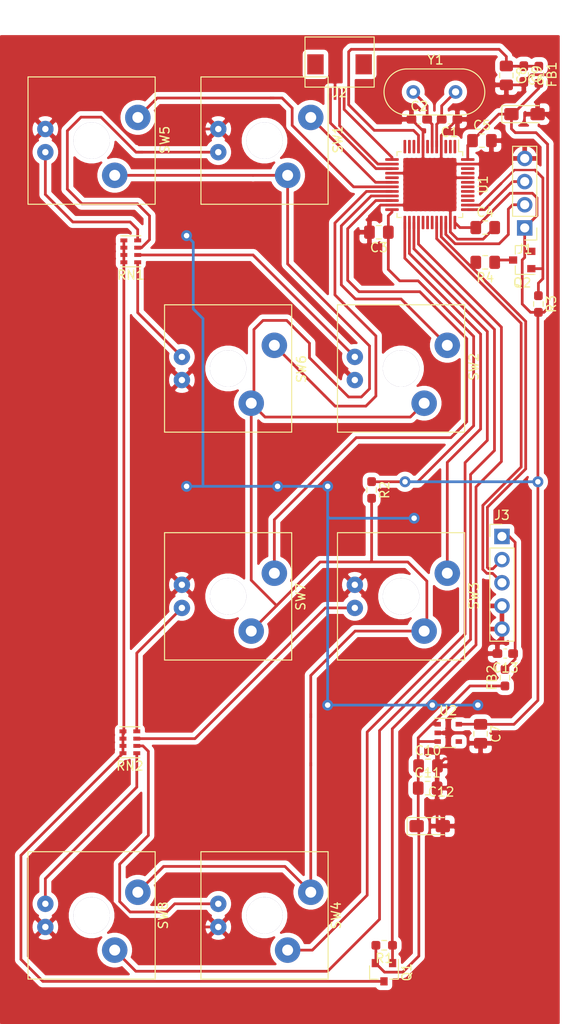
<source format=kicad_pcb>
(kicad_pcb (version 20171130) (host pcbnew 5.99.0+really5.1.10+dfsg1-1)
  (layers (0 F.Cu signal) (31 B.Cu signal) (34 B.Paste user) (35 F.Paste user) (36 B.SilkS user) (37 F.SilkS user) (38 B.Mask user) (39 F.Mask user) (44 Edge.Cuts user))
  (net 0 "")
  (net 1 "Net-(C1-Pad2)")
  (net 2 "Net-(C2-Pad2)")
  (net 3 3.3ADC)
  (net 4 "Net-(C13-Pad1)")
  (net 5 SWDCLK)
  (net 6 SWDIO)
  (net 7 Joy_X)
  (net 8 Joy_BTN)
  (net 9 Joy_Y)
  (net 10 USB_DM)
  (net 11 USB_DP)
  (net 12 led_pwr)
  (net 13 led_ctrl)
  (net 14 "Net-(Q2-Pad3)")
  (net 15 USB_DISABLE)
  (net 16 "Net-(RN1-Pad4)")
  (net 17 "Net-(RN1-Pad1)")
  (net 18 "Net-(RN1-Pad3)")
  (net 19 "Net-(RN1-Pad2)")
  (net 20 "Net-(U1-Pad46)")
  (net 21 "Net-(U1-Pad45)")
  (net 22 "Net-(U1-Pad43)")
  (net 23 "Net-(U1-Pad42)")
  (net 24 "Net-(U1-Pad41)")
  (net 25 "Net-(U1-Pad40)")
  (net 26 "Net-(U1-Pad39)")
  (net 27 "Net-(U1-Pad30)")
  (net 28 "Net-(U1-Pad29)")
  (net 29 "Net-(U1-Pad17)")
  (net 30 "Net-(U1-Pad12)")
  (net 31 "Net-(U1-Pad11)")
  (net 32 "Net-(U1-Pad10)")
  (net 33 "Net-(U1-Pad3)")
  (net 34 "Net-(U1-Pad2)")
  (net 35 "Net-(U1-Pad1)")
  (net 36 "Net-(U2-Pad4)")
  (net 37 "Net-(RN2-Pad4)")
  (net 38 "Net-(RN2-Pad1)")
  (net 39 "Net-(RN2-Pad3)")
  (net 40 "Net-(RN2-Pad2)")
  (net 41 Ground)
  (net 42 3.3)
  (net 43 "Net-(R2-Pad2)")
  (net 44 "Net-(SW1-Pad1)")
  (net 45 "Net-(SW2-Pad1)")
  (net 46 "Net-(SW3-Pad1)")
  (net 47 "Net-(SW4-Pad1)")
  (net 48 "Net-(SW5-Pad1)")
  (net 49 "Net-(SW6-Pad1)")
  (net 50 "Net-(SW7-Pad1)")
  (net 51 "Net-(SW8-Pad1)")
  (net 52 5V)
  (net 53 "Net-(U1-Pad31)")
  (net 54 "Net-(U1-Pad7)")
  (module Connector_PinHeader_2.54mm:PinHeader_1x04_P2.54mm_Vertical (layer F.Cu) (at 74.95 64.55 180)
    (fp_text reference J1 (at 0 -2.33) (layer F.SilkS))
    (fp_text value SWD)
    (pad 4 thru_hole oval (at 0 7.62 180) (size 1.7 1.7) (drill 1) (layers *.Cu *.Mask) (net 41 Ground))
    (pad 3 thru_hole oval (at 0 5.08 180) (size 1.7 1.7) (drill 1) (layers *.Cu *.Mask) (net 5 SWDCLK))
    (pad 2 thru_hole oval (at 0 2.54 180) (size 1.7 1.7) (drill 1) (layers *.Cu *.Mask) (net 6 SWDIO))
    (pad 1 thru_hole rect (at 0 0 180) (size 1.7 1.7) (drill 1) (layers *.Cu *.Mask) (net 42 3.3))
  )
  (module FPC_connectros:FPC-5P-0.5mm (layer F.Cu) (at 54.61 48.006 180)
    (fp_text reference J2 (at 0 -1.695) (layer F.SilkS))
    (fp_text value Joystic_conn)
    (pad MP smd rect (at 2.65 1.4 180) (size 1.8 2.2) (layers F.Cu F.Paste F.Mask))
    (pad MP smd rect (at -2.65 1.4 180) (size 1.8 2.2) (layers F.Cu F.Paste F.Mask))
    (pad 5 smd rect (at 1 -1.85 180) (size 0.3 1.3) (layers F.Cu F.Paste F.Mask) (net 7 Joy_X))
    (pad 4 smd rect (at 0.5 -1.85 180) (size 0.3 1.3) (layers F.Cu F.Paste F.Mask) (net 41 Ground))
    (pad 3 smd rect (at 0 -1.85 180) (size 0.3 1.3) (layers F.Cu F.Paste F.Mask) (net 8 Joy_BTN))
    (pad 2 smd rect (at -0.5 -1.85 180) (size 0.3 1.3) (layers F.Cu F.Paste F.Mask) (net 9 Joy_Y))
    (pad 1 smd rect (at -1 -1.85 180) (size 0.3 1.3) (layers F.Cu F.Paste F.Mask) (net 3 3.3ADC))
  )
  (module Capacitor_Tantalum_SMD:CP_EIA-3216-18_Kemet-A_Pad1.58x1.35mm_HandSolder (layer F.Cu) (at 64.516 130.18)
    (fp_text reference C12 (at 1.25 -3.75) (layer F.SilkS))
    (fp_text value 10uF)
    (pad 2 smd roundrect (at 1.4375 0) (size 1.575 1.35) (layers F.Cu F.Paste F.Mask) (roundrect_rratio 0.185185) (net 41 Ground))
    (pad 1 smd roundrect (at -1.4375 0) (size 1.575 1.35) (layers F.Cu F.Paste F.Mask) (roundrect_rratio 0.185185) (net 52 5V))
  )
  (module Capacitor_Tantalum_SMD:CP_EIA-3216-18_Kemet-A_Pad1.58x1.35mm_HandSolder (layer F.Cu) (at 74.93 52.07)
    (fp_text reference C6 (at 1.25 -3.75) (layer F.SilkS))
    (fp_text value 4.7uF)
    (pad 2 smd roundrect (at 1.4375 0) (size 1.575 1.35) (layers F.Cu F.Paste F.Mask) (roundrect_rratio 0.185185) (net 41 Ground))
    (pad 1 smd roundrect (at -1.4375 0) (size 1.575 1.35) (layers F.Cu F.Paste F.Mask) (roundrect_rratio 0.185185) (net 42 3.3))
  )
  (module Package_QFP:LQFP-48_7x7mm_P0.5mm (layer F.Cu) (at 64.5293 59.7977 270)
    (fp_text reference U1 (at 0 -5.85 90) (layer F.SilkS))
    (fp_text value STM32F103C8Tx)
    (pad 48 smd roundrect (at -2.75 -4.1625 270) (size 0.3 1.475) (layers F.Cu F.Paste F.Mask) (net 42 3.3))
    (pad 47 smd roundrect (at -2.25 -4.1625 270) (size 0.3 1.475) (layers F.Cu F.Paste F.Mask) (net 41 Ground))
    (pad 46 smd roundrect (at -1.75 -4.1625 270) (size 0.3 1.475) (layers F.Cu F.Paste F.Mask) (net 20 "Net-(U1-Pad46)"))
    (pad 45 smd roundrect (at -1.25 -4.1625 270) (size 0.3 1.475) (layers F.Cu F.Paste F.Mask) (net 21 "Net-(U1-Pad45)"))
    (pad 44 smd roundrect (at -0.75 -4.1625 270) (size 0.3 1.475) (layers F.Cu F.Paste F.Mask) (net 41 Ground))
    (pad 43 smd roundrect (at -0.25 -4.1625 270) (size 0.3 1.475) (layers F.Cu F.Paste F.Mask) (net 22 "Net-(U1-Pad43)"))
    (pad 42 smd roundrect (at 0.25 -4.1625 270) (size 0.3 1.475) (layers F.Cu F.Paste F.Mask) (net 23 "Net-(U1-Pad42)"))
    (pad 41 smd roundrect (at 0.75 -4.1625 270) (size 0.3 1.475) (layers F.Cu F.Paste F.Mask) (net 24 "Net-(U1-Pad41)"))
    (pad 40 smd roundrect (at 1.25 -4.1625 270) (size 0.3 1.475) (layers F.Cu F.Paste F.Mask) (net 25 "Net-(U1-Pad40)"))
    (pad 39 smd roundrect (at 1.75 -4.1625 270) (size 0.3 1.475) (layers F.Cu F.Paste F.Mask) (net 26 "Net-(U1-Pad39)"))
    (pad 38 smd roundrect (at 2.25 -4.1625 270) (size 0.3 1.475) (layers F.Cu F.Paste F.Mask) (net 15 USB_DISABLE))
    (pad 37 smd roundrect (at 2.75 -4.1625 270) (size 0.3 1.475) (layers F.Cu F.Paste F.Mask) (net 5 SWDCLK))
    (pad 36 smd roundrect (at 4.1625 -2.75 270) (size 1.475 0.3) (layers F.Cu F.Paste F.Mask) (net 42 3.3))
    (pad 35 smd roundrect (at 4.1625 -2.25 270) (size 1.475 0.3) (layers F.Cu F.Paste F.Mask) (net 41 Ground))
    (pad 34 smd roundrect (at 4.1625 -1.75 270) (size 1.475 0.3) (layers F.Cu F.Paste F.Mask) (net 6 SWDIO))
    (pad 33 smd roundrect (at 4.1625 -1.25 270) (size 1.475 0.3) (layers F.Cu F.Paste F.Mask) (net 11 USB_DP))
    (pad 32 smd roundrect (at 4.1625 -0.75 270) (size 1.475 0.3) (layers F.Cu F.Paste F.Mask) (net 10 USB_DM))
    (pad 31 smd roundrect (at 4.1625 -0.25 270) (size 1.475 0.3) (layers F.Cu F.Paste F.Mask) (net 53 "Net-(U1-Pad31)"))
    (pad 30 smd roundrect (at 4.1625 0.25 270) (size 1.475 0.3) (layers F.Cu F.Paste F.Mask) (net 27 "Net-(U1-Pad30)"))
    (pad 29 smd roundrect (at 4.1625 0.75 270) (size 1.475 0.3) (layers F.Cu F.Paste F.Mask) (net 28 "Net-(U1-Pad29)"))
    (pad 28 smd roundrect (at 4.1625 1.25 270) (size 1.475 0.3) (layers F.Cu F.Paste F.Mask) (net 13 led_ctrl))
    (pad 27 smd roundrect (at 4.1625 1.75 270) (size 1.475 0.3) (layers F.Cu F.Paste F.Mask) (net 51 "Net-(SW8-Pad1)"))
    (pad 26 smd roundrect (at 4.1625 2.25 270) (size 1.475 0.3) (layers F.Cu F.Paste F.Mask) (net 47 "Net-(SW4-Pad1)"))
    (pad 25 smd roundrect (at 4.1625 2.75 270) (size 1.475 0.3) (layers F.Cu F.Paste F.Mask) (net 46 "Net-(SW3-Pad1)"))
    (pad 24 smd roundrect (at 2.75 4.1625 270) (size 0.3 1.475) (layers F.Cu F.Paste F.Mask) (net 42 3.3))
    (pad 23 smd roundrect (at 2.25 4.1625 270) (size 0.3 1.475) (layers F.Cu F.Paste F.Mask) (net 41 Ground))
    (pad 22 smd roundrect (at 1.75 4.1625 270) (size 0.3 1.475) (layers F.Cu F.Paste F.Mask) (net 50 "Net-(SW7-Pad1)"))
    (pad 21 smd roundrect (at 1.25 4.1625 270) (size 0.3 1.475) (layers F.Cu F.Paste F.Mask) (net 45 "Net-(SW2-Pad1)"))
    (pad 20 smd roundrect (at 0.75 4.1625 270) (size 0.3 1.475) (layers F.Cu F.Paste F.Mask) (net 49 "Net-(SW6-Pad1)"))
    (pad 19 smd roundrect (at 0.25 4.1625 270) (size 0.3 1.475) (layers F.Cu F.Paste F.Mask) (net 48 "Net-(SW5-Pad1)"))
    (pad 18 smd roundrect (at -0.25 4.1625 270) (size 0.3 1.475) (layers F.Cu F.Paste F.Mask) (net 44 "Net-(SW1-Pad1)"))
    (pad 17 smd roundrect (at -0.75 4.1625 270) (size 0.3 1.475) (layers F.Cu F.Paste F.Mask) (net 29 "Net-(U1-Pad17)"))
    (pad 16 smd roundrect (at -1.25 4.1625 270) (size 0.3 1.475) (layers F.Cu F.Paste F.Mask) (net 41 Ground))
    (pad 15 smd roundrect (at -1.75 4.1625 270) (size 0.3 1.475) (layers F.Cu F.Paste F.Mask) (net 7 Joy_X))
    (pad 14 smd roundrect (at -2.25 4.1625 270) (size 0.3 1.475) (layers F.Cu F.Paste F.Mask) (net 8 Joy_BTN))
    (pad 13 smd roundrect (at -2.75 4.1625 270) (size 0.3 1.475) (layers F.Cu F.Paste F.Mask) (net 9 Joy_Y))
    (pad 12 smd roundrect (at -4.1625 2.75 270) (size 1.475 0.3) (layers F.Cu F.Paste F.Mask) (net 30 "Net-(U1-Pad12)"))
    (pad 11 smd roundrect (at -4.1625 2.25 270) (size 1.475 0.3) (layers F.Cu F.Paste F.Mask) (net 31 "Net-(U1-Pad11)"))
    (pad 10 smd roundrect (at -4.1625 1.75 270) (size 1.475 0.3) (layers F.Cu F.Paste F.Mask) (net 32 "Net-(U1-Pad10)"))
    (pad 9 smd roundrect (at -4.1625 1.25 270) (size 1.475 0.3) (layers F.Cu F.Paste F.Mask) (net 3 3.3ADC))
    (pad 8 smd roundrect (at -4.1625 0.75 270) (size 1.475 0.3) (layers F.Cu F.Paste F.Mask) (net 41 Ground))
    (pad 7 smd roundrect (at -4.1625 0.25 270) (size 1.475 0.3) (layers F.Cu F.Paste F.Mask) (net 54 "Net-(U1-Pad7)"))
    (pad 6 smd roundrect (at -4.1625 -0.25 270) (size 1.475 0.3) (layers F.Cu F.Paste F.Mask) (net 2 "Net-(C2-Pad2)"))
    (pad 5 smd roundrect (at -4.1625 -0.75 270) (size 1.475 0.3) (layers F.Cu F.Paste F.Mask) (net 1 "Net-(C1-Pad2)"))
    (pad 4 smd roundrect (at -4.1625 -1.25 270) (size 1.475 0.3) (layers F.Cu F.Paste F.Mask) (net 41 Ground))
    (pad 3 smd roundrect (at -4.1625 -1.75 270) (size 1.475 0.3) (layers F.Cu F.Paste F.Mask) (net 33 "Net-(U1-Pad3)"))
    (pad 2 smd roundrect (at -4.1625 -2.25 270) (size 1.475 0.3) (layers F.Cu F.Paste F.Mask) (net 34 "Net-(U1-Pad2)"))
    (pad 1 smd roundrect (at -4.1625 -2.75 270) (size 1.475 0.3) (layers F.Cu F.Paste F.Mask) (net 35 "Net-(U1-Pad1)"))
  )
  (module cherry_diode:SW_Cherry_MX_1.00u_Plate_diode (layer F.Cu) (at 46.3632 139.9716 270)
    (fp_text reference SW4 (at 0 -7.874 90) (layer F.SilkS))
    (fp_text value SW_Push_LED)
    (pad 3 thru_hole circle (at 1.27 5.08 270) (size 1.8 1.8) (drill 0.7) (layers *.Cu *.Mask) (net 41 Ground))
    (pad 4 thru_hole circle (at -1.27 5.08 270) (size 1.8 1.8) (drill 0.7) (layers *.Cu *.Mask) (net 40 "Net-(RN2-Pad2)"))
    (pad 1 thru_hole circle (at 3.81 -2.54 270) (size 2.8 2.8) (drill 1.2) (layers *.Cu *.Mask) (net 47 "Net-(SW4-Pad1)"))
    (pad 2 thru_hole circle (at -2.54 -5.08 270) (size 2.8 2.8) (drill 1.2) (layers *.Cu *.Mask) (net 43 "Net-(R2-Pad2)"))
    (pad "" thru_hole circle (at 0 0 270) (size 4 4) (drill 4) (layers *.Cu *.Mask))
  )
  (module cherry_diode:SW_Cherry_MX_1.00u_Plate_diode (layer F.Cu) (at 42.3632 104.9716 270)
    (fp_text reference SW7 (at 0.0484 -7.9768 90) (layer F.SilkS))
    (fp_text value SW_Push_LED)
    (pad 4 thru_hole circle (at 1.27 5.08 270) (size 1.8 1.8) (drill 0.7) (layers *.Cu *.Mask) (net 37 "Net-(RN2-Pad4)"))
    (pad 3 thru_hole circle (at -1.27 5.08 270) (size 1.8 1.8) (drill 0.7) (layers *.Cu *.Mask) (net 41 Ground))
    (pad 2 thru_hole circle (at 3.81 -2.54 270) (size 2.8 2.8) (drill 1.2) (layers *.Cu *.Mask) (net 43 "Net-(R2-Pad2)"))
    (pad 1 thru_hole circle (at -2.54 -5.08 270) (size 2.8 2.8) (drill 1.2) (layers *.Cu *.Mask) (net 50 "Net-(SW7-Pad1)"))
    (pad "" thru_hole circle (at 0 0 270) (size 4 4) (drill 4) (layers *.Cu *.Mask))
  )
  (module cherry_diode:SW_Cherry_MX_1.00u_Plate_diode (layer F.Cu) (at 61.3632 104.9716 270)
    (fp_text reference SW3 (at -0.0516 -7.9968 90) (layer F.SilkS))
    (fp_text value SW_Push_LED)
    (pad 4 thru_hole circle (at 1.27 5.08 270) (size 1.8 1.8) (drill 0.7) (layers *.Cu *.Mask) (net 39 "Net-(RN2-Pad3)"))
    (pad 3 thru_hole circle (at -1.27 5.08 270) (size 1.8 1.8) (drill 0.7) (layers *.Cu *.Mask) (net 41 Ground))
    (pad 2 thru_hole circle (at 3.81 -2.54 270) (size 2.8 2.8) (drill 1.2) (layers *.Cu *.Mask) (net 43 "Net-(R2-Pad2)"))
    (pad 1 thru_hole circle (at -2.54 -5.08 270) (size 2.8 2.8) (drill 1.2) (layers *.Cu *.Mask) (net 46 "Net-(SW3-Pad1)"))
    (pad "" thru_hole circle (at 0 0 270) (size 4 4) (drill 4) (layers *.Cu *.Mask))
  )
  (module cherry_diode:SW_Cherry_MX_1.00u_Plate_diode (layer F.Cu) (at 42.3632 79.9716 270)
    (fp_text reference SW6 (at 0.0584 -8.0568 90) (layer F.SilkS))
    (fp_text value SW_Push_LED)
    (pad 3 thru_hole circle (at 1.27 5.08 270) (size 1.8 1.8) (drill 0.7) (layers *.Cu *.Mask) (net 41 Ground))
    (pad 4 thru_hole circle (at -1.27 5.08 270) (size 1.8 1.8) (drill 0.7) (layers *.Cu *.Mask) (net 17 "Net-(RN1-Pad1)"))
    (pad 2 thru_hole circle (at 3.81 -2.54 270) (size 2.8 2.8) (drill 1.2) (layers *.Cu *.Mask) (net 43 "Net-(R2-Pad2)"))
    (pad 1 thru_hole circle (at -2.54 -5.08 270) (size 2.8 2.8) (drill 1.2) (layers *.Cu *.Mask) (net 49 "Net-(SW6-Pad1)"))
    (pad "" thru_hole circle (at 0 0 270) (size 4 4) (drill 4) (layers *.Cu *.Mask))
  )
  (module cherry_diode:SW_Cherry_MX_1.00u_Plate_diode (layer F.Cu) (at 61.3632 79.9716 270)
    (fp_text reference SW2 (at -0.1816 -8.0068 90) (layer F.SilkS))
    (fp_text value SW_Push_LED)
    (pad 3 thru_hole circle (at 1.27 5.08 270) (size 1.8 1.8) (drill 0.7) (layers *.Cu *.Mask) (net 41 Ground))
    (pad 4 thru_hole circle (at -1.27 5.08 270) (size 1.8 1.8) (drill 0.7) (layers *.Cu *.Mask) (net 19 "Net-(RN1-Pad2)"))
    (pad 2 thru_hole circle (at 3.81 -2.54 270) (size 2.8 2.8) (drill 1.2) (layers *.Cu *.Mask) (net 43 "Net-(R2-Pad2)"))
    (pad 1 thru_hole circle (at -2.54 -5.08 270) (size 2.8 2.8) (drill 1.2) (layers *.Cu *.Mask) (net 45 "Net-(SW2-Pad1)"))
    (pad "" thru_hole circle (at 0 0 270) (size 4 4) (drill 4) (layers *.Cu *.Mask))
  )
  (module cherry_diode:SW_Cherry_MX_1.00u_Plate_diode (layer F.Cu) (at 46.3632 54.9716 270)
    (fp_text reference SW1 (at -0.1116 -8.0568 90) (layer F.SilkS))
    (fp_text value SW_Push_LED)
    (pad 4 thru_hole circle (at 1.27 5.08 270) (size 1.8 1.8) (drill 0.7) (layers *.Cu *.Mask) (net 18 "Net-(RN1-Pad3)"))
    (pad 3 thru_hole circle (at -1.27 5.08 270) (size 1.8 1.8) (drill 0.7) (layers *.Cu *.Mask) (net 41 Ground))
    (pad 2 thru_hole circle (at 3.81 -2.54 270) (size 2.8 2.8) (drill 1.2) (layers *.Cu *.Mask) (net 43 "Net-(R2-Pad2)"))
    (pad 1 thru_hole circle (at -2.54 -5.08 270) (size 2.8 2.8) (drill 1.2) (layers *.Cu *.Mask) (net 44 "Net-(SW1-Pad1)"))
    (pad "" thru_hole circle (at 0 0 270) (size 4 4) (drill 4) (layers *.Cu *.Mask))
  )
  (module cherry_diode:SW_Cherry_MX_1.00u_Plate_diode (layer F.Cu) (at 27.3632 54.9716 270)
    (fp_text reference SW5 (at -0.0816 -8.0468 90) (layer F.SilkS))
    (fp_text value SW_Push_LED)
    (pad 4 thru_hole circle (at 1.27 5.08 270) (size 1.8 1.8) (drill 0.7) (layers *.Cu *.Mask) (net 16 "Net-(RN1-Pad4)"))
    (pad 3 thru_hole circle (at -1.27 5.08 270) (size 1.8 1.8) (drill 0.7) (layers *.Cu *.Mask) (net 41 Ground))
    (pad 2 thru_hole circle (at 3.81 -2.54 270) (size 2.8 2.8) (drill 1.2) (layers *.Cu *.Mask) (net 43 "Net-(R2-Pad2)"))
    (pad 1 thru_hole circle (at -2.54 -5.08 270) (size 2.8 2.8) (drill 1.2) (layers *.Cu *.Mask) (net 48 "Net-(SW5-Pad1)"))
    (pad "" thru_hole circle (at 0 0 270) (size 4 4) (drill 4) (layers *.Cu *.Mask))
  )
  (module cherry_diode:SW_Cherry_MX_1.00u_Plate_diode (layer F.Cu) (at 27.3632 139.9716 270)
    (fp_text reference SW8 (at 0 -7.874 90) (layer F.SilkS))
    (fp_text value SW_Push_LED)
    (pad 3 thru_hole circle (at 1.27 5.08 270) (size 1.8 1.8) (drill 0.7) (layers *.Cu *.Mask) (net 41 Ground))
    (pad 4 thru_hole circle (at -1.27 5.08 270) (size 1.8 1.8) (drill 0.7) (layers *.Cu *.Mask) (net 38 "Net-(RN2-Pad1)"))
    (pad 1 thru_hole circle (at 3.81 -2.54 270) (size 2.8 2.8) (drill 1.2) (layers *.Cu *.Mask) (net 51 "Net-(SW8-Pad1)"))
    (pad 2 thru_hole circle (at -2.54 -5.08 270) (size 2.8 2.8) (drill 1.2) (layers *.Cu *.Mask) (net 43 "Net-(R2-Pad2)"))
    (pad "" thru_hole circle (at 0 0 270) (size 4 4) (drill 4) (layers *.Cu *.Mask))
  )
  (module Connector_PinHeader_2.54mm:PinHeader_1x05_P2.54mm_Vertical (layer F.Cu) (at 72.45 98.4)
    (fp_text reference J3 (at 0 -2.33) (layer F.SilkS))
    (fp_text value USB_conn)
    (pad 5 thru_hole oval (at 0 10.16) (size 1.7 1.7) (drill 1) (layers *.Cu *.Mask) (net 41 Ground))
    (pad 4 thru_hole oval (at 0 7.62) (size 1.7 1.7) (drill 1) (layers *.Cu *.Mask) (net 41 Ground))
    (pad 3 thru_hole oval (at 0 5.08) (size 1.7 1.7) (drill 1) (layers *.Cu *.Mask) (net 10 USB_DM))
    (pad 2 thru_hole oval (at 0 2.54) (size 1.7 1.7) (drill 1) (layers *.Cu *.Mask) (net 11 USB_DP))
    (pad 1 thru_hole rect (at 0 0) (size 1.7 1.7) (drill 1) (layers *.Cu *.Mask) (net 4 "Net-(C13-Pad1)"))
  )
  (module Resistor_SMD:R_Cat16-4 (layer F.Cu) (at 31.57 120.98 180)
    (fp_text reference RN2 (at 0 -2.6) (layer F.SilkS))
    (fp_text value R_Pack04_Split)
    (pad 8 smd rect (at 0.76 -1.2) (size 0.76 0.43) (layers F.Cu F.Paste F.Mask) (net 12 led_pwr))
    (pad 5 smd rect (at 0.76 1.2) (size 0.76 0.43) (layers F.Cu F.Paste F.Mask) (net 12 led_pwr))
    (pad 4 smd rect (at -0.76 1.2) (size 0.76 0.43) (layers F.Cu F.Paste F.Mask) (net 37 "Net-(RN2-Pad4)"))
    (pad 1 smd rect (at -0.76 -1.2) (size 0.76 0.43) (layers F.Cu F.Paste F.Mask) (net 38 "Net-(RN2-Pad1)"))
    (pad 6 smd rect (at 0.76 0.4) (size 0.76 0.43) (layers F.Cu F.Paste F.Mask) (net 12 led_pwr))
    (pad 3 smd rect (at -0.76 0.4) (size 0.76 0.43) (layers F.Cu F.Paste F.Mask) (net 39 "Net-(RN2-Pad3)"))
    (pad 7 smd rect (at 0.76 -0.4) (size 0.76 0.43) (layers F.Cu F.Paste F.Mask) (net 12 led_pwr))
    (pad 2 smd rect (at -0.76 -0.4) (size 0.76 0.43) (layers F.Cu F.Paste F.Mask) (net 40 "Net-(RN2-Pad2)"))
  )
  (module Resistor_SMD:R_Cat16-4 (layer F.Cu) (at 31.67 67.12 180)
    (fp_text reference RN1 (at 0 -2.6) (layer F.SilkS))
    (fp_text value R_Pack04_Split)
    (pad 8 smd rect (at 0.76 -1.2) (size 0.76 0.43) (layers F.Cu F.Paste F.Mask) (net 12 led_pwr))
    (pad 5 smd rect (at 0.76 1.2) (size 0.76 0.43) (layers F.Cu F.Paste F.Mask) (net 12 led_pwr))
    (pad 4 smd rect (at -0.76 1.2) (size 0.76 0.43) (layers F.Cu F.Paste F.Mask) (net 16 "Net-(RN1-Pad4)"))
    (pad 1 smd rect (at -0.76 -1.2) (size 0.76 0.43) (layers F.Cu F.Paste F.Mask) (net 17 "Net-(RN1-Pad1)"))
    (pad 6 smd rect (at 0.76 0.4) (size 0.76 0.43) (layers F.Cu F.Paste F.Mask) (net 12 led_pwr))
    (pad 3 smd rect (at -0.76 0.4) (size 0.76 0.43) (layers F.Cu F.Paste F.Mask) (net 18 "Net-(RN1-Pad3)"))
    (pad 7 smd rect (at 0.76 -0.4) (size 0.76 0.43) (layers F.Cu F.Paste F.Mask) (net 12 led_pwr))
    (pad 2 smd rect (at -0.76 -0.4) (size 0.76 0.43) (layers F.Cu F.Paste F.Mask) (net 19 "Net-(RN1-Pad2)"))
  )
  (module Resistor_SMD:R_0603_1608Metric_Pad0.98x0.95mm_HandSolder (layer F.Cu) (at 58.13 93.3 270)
    (fp_text reference R2 (at 0 -1.43 90) (layer F.SilkS))
    (fp_text value 200)
    (pad 2 smd roundrect (at 0.9125 0 270) (size 0.975 0.95) (layers F.Cu F.Paste F.Mask) (net 43 "Net-(R2-Pad2)"))
    (pad 1 smd roundrect (at -0.9125 0 270) (size 0.975 0.95) (layers F.Cu F.Paste F.Mask) (net 42 3.3))
  )
  (module Capacitor_SMD:C_0603_1608Metric_Pad1.08x0.95mm_HandSolder (layer F.Cu) (at 66.6918 52.6352 180)
    (fp_text reference C1 (at 0 -1.43) (layer F.SilkS))
    (fp_text value 20pF)
    (pad 2 smd roundrect (at 0.8625 0 180) (size 1.075 0.95) (layers F.Cu F.Paste F.Mask) (net 1 "Net-(C1-Pad2)"))
    (pad 1 smd roundrect (at -0.8625 0 180) (size 1.075 0.95) (layers F.Cu F.Paste F.Mask) (net 41 Ground))
  )
  (module Capacitor_SMD:C_0603_1608Metric_Pad1.08x0.95mm_HandSolder (layer F.Cu) (at 63.3668 52.6352)
    (fp_text reference C2 (at 0 -1.43) (layer F.SilkS))
    (fp_text value 20pF)
    (pad 2 smd roundrect (at 0.8625 0) (size 1.075 0.95) (layers F.Cu F.Paste F.Mask) (net 2 "Net-(C2-Pad2)"))
    (pad 1 smd roundrect (at -0.8625 0) (size 1.075 0.95) (layers F.Cu F.Paste F.Mask) (net 41 Ground))
  )
  (module Capacitor_SMD:C_0805_2012Metric_Pad1.18x1.45mm_HandSolder (layer F.Cu) (at 58.928 65.024 180)
    (fp_text reference C3 (at 0 -1.68) (layer F.SilkS))
    (fp_text value 0.1uF)
    (pad 2 smd roundrect (at 1.0375 0 180) (size 1.175 1.45) (layers F.Cu F.Paste F.Mask) (roundrect_rratio 0.2127659574468085) (net 41 Ground))
    (pad 1 smd roundrect (at -1.0375 0 180) (size 1.175 1.45) (layers F.Cu F.Paste F.Mask) (roundrect_rratio 0.2127659574468085) (net 42 3.3))
  )
  (module Capacitor_SMD:C_0805_2012Metric_Pad1.18x1.45mm_HandSolder (layer F.Cu) (at 70.612 64.516)
    (fp_text reference C4 (at 0 -1.68) (layer F.SilkS))
    (fp_text value 0.1uF)
    (pad 1 smd roundrect (at -1.0375 0) (size 1.175 1.45) (layers F.Cu F.Paste F.Mask) (roundrect_rratio 0.2127659574468085) (net 42 3.3))
    (pad 2 smd roundrect (at 1.0375 0) (size 1.175 1.45) (layers F.Cu F.Paste F.Mask) (roundrect_rratio 0.2127659574468085) (net 41 Ground))
  )
  (module Capacitor_SMD:C_0805_2012Metric_Pad1.18x1.45mm_HandSolder (layer F.Cu) (at 70.2493 54.9752)
    (fp_text reference C5 (at 0 -1.68) (layer F.SilkS))
    (fp_text value 0.1uF)
    (pad 2 smd roundrect (at 1.0375 0) (size 1.175 1.45) (layers F.Cu F.Paste F.Mask) (roundrect_rratio 0.2127659574468085) (net 41 Ground))
    (pad 1 smd roundrect (at -1.0375 0) (size 1.175 1.45) (layers F.Cu F.Paste F.Mask) (roundrect_rratio 0.2127659574468085) (net 42 3.3))
  )
  (module Capacitor_SMD:C_0805_2012Metric_Pad1.18x1.45mm_HandSolder (layer F.Cu) (at 70.1 120.05 270)
    (fp_text reference C7 (at 0 -1.68 90) (layer F.SilkS))
    (fp_text value 1uF)
    (pad 2 smd roundrect (at 1.0375 0 270) (size 1.175 1.45) (layers F.Cu F.Paste F.Mask) (roundrect_rratio 0.2127659574468085) (net 41 Ground))
    (pad 1 smd roundrect (at -1.0375 0 270) (size 1.175 1.45) (layers F.Cu F.Paste F.Mask) (roundrect_rratio 0.2127659574468085) (net 42 3.3))
  )
  (module Capacitor_SMD:C_0805_2012Metric_Pad1.18x1.45mm_HandSolder (layer F.Cu) (at 72.933 47.8236 270)
    (fp_text reference C8 (at 0 -1.68 90) (layer F.SilkS))
    (fp_text value 1uF)
    (pad 2 smd roundrect (at 1.0375 0 270) (size 1.175 1.45) (layers F.Cu F.Paste F.Mask) (roundrect_rratio 0.2127659574468085) (net 41 Ground))
    (pad 1 smd roundrect (at -1.0375 0 270) (size 1.175 1.45) (layers F.Cu F.Paste F.Mask) (roundrect_rratio 0.2127659574468085) (net 3 3.3ADC))
  )
  (module Capacitor_SMD:C_0603_1608Metric_Pad1.08x0.95mm_HandSolder (layer F.Cu) (at 74.853 47.6736 270)
    (fp_text reference C9 (at 0 -1.43 90) (layer F.SilkS))
    (fp_text value 10nF)
    (pad 2 smd roundrect (at 0.8625 0 270) (size 1.075 0.95) (layers F.Cu F.Paste F.Mask) (net 41 Ground))
    (pad 1 smd roundrect (at -0.8625 0 270) (size 1.075 0.95) (layers F.Cu F.Paste F.Mask) (net 3 3.3ADC))
  )
  (module Capacitor_SMD:C_0805_2012Metric_Pad1.18x1.45mm_HandSolder (layer F.Cu) (at 64.3275 123.57)
    (fp_text reference C10 (at 0 -1.68) (layer F.SilkS))
    (fp_text value 1uF)
    (pad 2 smd roundrect (at 1.0375 0) (size 1.175 1.45) (layers F.Cu F.Paste F.Mask) (roundrect_rratio 0.2127659574468085) (net 41 Ground))
    (pad 1 smd roundrect (at -1.0375 0) (size 1.175 1.45) (layers F.Cu F.Paste F.Mask) (roundrect_rratio 0.2127659574468085) (net 52 5V))
  )
  (module Capacitor_SMD:C_0805_2012Metric_Pad1.18x1.45mm_HandSolder (layer F.Cu) (at 64.2875 126.01)
    (fp_text reference C11 (at 0 -1.68) (layer F.SilkS))
    (fp_text value 0.1uF)
    (pad 2 smd roundrect (at 1.0375 0) (size 1.175 1.45) (layers F.Cu F.Paste F.Mask) (roundrect_rratio 0.2127659574468085) (net 41 Ground))
    (pad 1 smd roundrect (at -1.0375 0) (size 1.175 1.45) (layers F.Cu F.Paste F.Mask) (roundrect_rratio 0.2127659574468085) (net 52 5V))
  )
  (module Capacitor_SMD:C_0603_1608Metric_Pad1.08x0.95mm_HandSolder (layer F.Cu) (at 72.8125 111.25 180)
    (fp_text reference C13 (at -0.02 -1.57) (layer F.SilkS))
    (fp_text value 10nF)
    (pad 2 smd roundrect (at 0.8625 0 180) (size 1.075 0.95) (layers F.Cu F.Paste F.Mask) (net 41 Ground))
    (pad 1 smd roundrect (at -0.8625 0 180) (size 1.075 0.95) (layers F.Cu F.Paste F.Mask) (net 4 "Net-(C13-Pad1)"))
  )
  (module Resistor_SMD:R_0603_1608Metric_Pad0.98x0.95mm_HandSolder (layer F.Cu) (at 76.503 47.7236 270)
    (fp_text reference FB1 (at 0 -1.43 90) (layer F.SilkS))
    (fp_text value BK0603HS330-T)
    (pad 2 smd roundrect (at 0.97 0 270) (size 0.975 0.95) (layers F.Cu F.Paste F.Mask) (net 42 3.3))
    (pad 1 smd roundrect (at -0.9125 0 270) (size 0.975 0.95) (layers F.Cu F.Paste F.Mask) (net 3 3.3ADC))
  )
  (module Resistor_SMD:R_0603_1608Metric_Pad0.98x0.95mm_HandSolder (layer F.Cu) (at 72.78 113.89 90)
    (fp_text reference FB2 (at 0 -1.43 90) (layer F.SilkS))
    (fp_text value BK0603HS330-T)
    (pad 2 smd roundrect (at 0.9125 0 90) (size 0.975 0.95) (layers F.Cu F.Paste F.Mask) (net 4 "Net-(C13-Pad1)"))
    (pad 1 smd roundrect (at -0.9125 0 90) (size 0.975 0.95) (layers F.Cu F.Paste F.Mask) (net 52 5V))
  )
  (module Package_TO_SOT_SMD:SOT-23 (layer F.Cu) (at 59.488 146.208 270)
    (fp_text reference Q1 (at 0 -2.5 90) (layer F.SilkS))
    (fp_text value Q_PNP_BEC)
    (pad 3 smd rect (at 1 0 270) (size 0.9 0.8) (layers F.Cu F.Paste F.Mask) (net 12 led_pwr))
    (pad 2 smd rect (at -1 0.95 270) (size 0.9 0.8) (layers F.Cu F.Paste F.Mask) (net 52 5V))
    (pad 1 smd rect (at -1 -0.95 270) (size 0.9 0.8) (layers F.Cu F.Paste F.Mask) (net 13 led_ctrl))
  )
  (module Package_TO_SOT_SMD:SOT-23 (layer F.Cu) (at 74.676 68.072 180)
    (fp_text reference Q2 (at 0 -2.5) (layer F.SilkS))
    (fp_text value Q_PNP_BEC)
    (pad 3 smd rect (at 1 0 180) (size 0.9 0.8) (layers F.Cu F.Paste F.Mask) (net 14 "Net-(Q2-Pad3)"))
    (pad 2 smd rect (at -1 0.95 180) (size 0.9 0.8) (layers F.Cu F.Paste F.Mask) (net 42 3.3))
    (pad 1 smd rect (at -1 -0.95 180) (size 0.9 0.8) (layers F.Cu F.Paste F.Mask) (net 15 USB_DISABLE))
  )
  (module Resistor_SMD:R_0603_1608Metric_Pad0.98x0.95mm_HandSolder (layer F.Cu) (at 59.5125 143.25 180)
    (fp_text reference R1 (at 0 -1.43) (layer F.SilkS))
    (fp_text value 10k)
    (pad 2 smd roundrect (at 0.9125 0 180) (size 0.975 0.95) (layers F.Cu F.Paste F.Mask) (net 52 5V))
    (pad 1 smd roundrect (at -0.9125 0 180) (size 0.975 0.95) (layers F.Cu F.Paste F.Mask) (net 13 led_ctrl))
  )
  (module Resistor_SMD:R_0603_1608Metric_Pad0.98x0.95mm_HandSolder (layer F.Cu) (at 76.454 72.898 270)
    (fp_text reference R3 (at 0 -1.43 90) (layer F.SilkS))
    (fp_text value 1k)
    (pad 2 smd roundrect (at 0.9125 0 270) (size 0.975 0.95) (layers F.Cu F.Paste F.Mask) (net 42 3.3))
    (pad 1 smd roundrect (at -0.9125 0 270) (size 0.975 0.95) (layers F.Cu F.Paste F.Mask) (net 15 USB_DISABLE))
  )
  (module Capacitor_SMD:C_0805_2012Metric_Pad1.18x1.45mm_HandSolder (layer F.Cu) (at 70.612 68.326 180)
    (fp_text reference R4 (at 0 -1.68) (layer F.SilkS))
    (fp_text value 1.5k)
    (pad 2 smd roundrect (at 1.0375 0 180) (size 1.175 1.45) (layers F.Cu F.Paste F.Mask) (roundrect_rratio 0.2127659574468085) (net 11 USB_DP))
    (pad 1 smd roundrect (at -1.0375 0 180) (size 1.175 1.45) (layers F.Cu F.Paste F.Mask) (roundrect_rratio 0.2127659574468085) (net 14 "Net-(Q2-Pad3)"))
  )
  (module Package_SO:TSOP-5_1.65x3.05mm_P0.95mm (layer F.Cu) (at 66.55 119.95)
    (fp_text reference U2 (at 0 -2.45) (layer F.SilkS))
    (fp_text value NCP500SN33T1)
    (pad 5 smd rect (at 1.16 -0.95) (size 0.7 0.51) (layers F.Cu F.Paste F.Mask) (net 42 3.3))
    (pad 4 smd rect (at 1.16 0.95) (size 0.7 0.51) (layers F.Cu F.Paste F.Mask) (net 36 "Net-(U2-Pad4)"))
    (pad 3 smd rect (at -1.16 0.95) (size 0.7 0.51) (layers F.Cu F.Paste F.Mask) (net 52 5V))
    (pad 2 smd rect (at -1.16 0) (size 0.7 0.51) (layers F.Cu F.Paste F.Mask) (net 41 Ground))
    (pad 1 smd rect (at -1.16 -0.95) (size 0.7 0.51) (layers F.Cu F.Paste F.Mask) (net 52 5V))
  )
  (module HC49:Crystal_HC49-S_Vertical (layer F.Cu) (at 62.7043 49.6352)
    (fp_text reference Y1 (at 2.44 -3.525) (layer F.SilkS))
    (fp_text value 16MHz)
    (pad 1 thru_hole circle (at 0 0) (size 1.5 1.5) (drill 0.8) (layers *.Cu *.Mask) (net 2 "Net-(C2-Pad2)"))
    (pad 2 thru_hole circle (at 4.65 0) (size 1.5 1.5) (drill 0.8) (layers *.Cu *.Mask) (net 1 "Net-(C1-Pad2)"))
  )
  (segment (start 65.2793 53.1852) (end 65.8293 52.6352) (width 0.3) (layer F.Cu) (net 1))
  (segment (start 65.2793 55.6352) (end 65.2793 53.1852) (width 0.3) (layer F.Cu) (net 1))
  (segment (start 65.8293 51.1602) (end 67.3543 49.6352) (width 0.3) (layer F.Cu) (net 1))
  (segment (start 65.8293 52.6352) (end 65.8293 51.1602) (width 0.3) (layer F.Cu) (net 1))
  (segment (start 64.7793 53.1852) (end 64.2293 52.6352) (width 0.3) (layer F.Cu) (net 2))
  (segment (start 64.7793 55.6352) (end 64.7793 53.1852) (width 0.3) (layer F.Cu) (net 2))
  (segment (start 64.2293 51.1602) (end 62.7043 49.6352) (width 0.3) (layer F.Cu) (net 2))
  (segment (start 64.2293 52.6352) (end 64.2293 51.1602) (width 0.3) (layer F.Cu) (net 2))
  (segment (start 72.958 46.8111) (end 72.933 46.7861) (width 0.3) (layer F.Cu) (net 3))
  (segment (start 76.503 46.8111) (end 72.958 46.8111) (width 0.3) (layer F.Cu) (net 3))
  (segment (start 63.2793 55.6352) (end 63.2793 54.3893) (width 0.3) (layer F.Cu) (net 3))
  (segment (start 63.2793 54.3893) (end 62.738 53.848) (width 0.3) (layer F.Cu) (net 3))
  (segment (start 55.61 51.038) (end 55.61 49.856) (width 0.3) (layer F.Cu) (net 3))
  (segment (start 58.42 53.848) (end 55.61 51.038) (width 0.3) (layer F.Cu) (net 3))
  (segment (start 62.738 53.848) (end 58.42 53.848) (width 0.3) (layer F.Cu) (net 3))
  (segment (start 72.933 45.755) (end 72.933 46.7861) (width 0.3) (layer F.Cu) (net 3))
  (segment (start 72.136 44.958) (end 72.933 45.755) (width 0.3) (layer F.Cu) (net 3))
  (segment (start 55.88 44.958) (end 72.136 44.958) (width 0.3) (layer F.Cu) (net 3))
  (segment (start 55.61 45.228) (end 55.88 44.958) (width 0.3) (layer F.Cu) (net 3))
  (segment (start 55.61 49.856) (end 55.61 45.228) (width 0.3) (layer F.Cu) (net 3))
  (segment (start 72.45 98.4) (end 73.25 98.4) (width 0.3) (layer F.Cu) (net 4))
  (segment (start 73.25 98.4) (end 73.9 99.05) (width 0.3) (layer F.Cu) (net 4))
  (segment (start 73.9 111.8575) (end 72.78 112.9775) (width 0.3) (layer F.Cu) (net 4))
  (segment (start 73.675 111.25) (end 73.9 111.25) (width 0.3) (layer F.Cu) (net 4))
  (segment (start 73.9 111.25) (end 73.9 111.8575) (width 0.3) (layer F.Cu) (net 4))
  (segment (start 73.9 99.05) (end 73.9 111.25) (width 0.3) (layer F.Cu) (net 4))
  (segment (start 72.8375 60.3125) (end 72.875 60.275) (width 0.25) (layer F.Cu) (net 5))
  (segment (start 68.6918 62.5477) (end 70.5483 62.5477) (width 0.3) (layer F.Cu) (net 5))
  (segment (start 70.5483 62.5477) (end 73.626 59.47) (width 0.3) (layer F.Cu) (net 5))
  (segment (start 73.626 59.47) (end 74.95 59.47) (width 0.3) (layer F.Cu) (net 5))
  (segment (start 73.626 62.01) (end 74.95 62.01) (width 0.3) (layer F.Cu) (net 6))
  (segment (start 73.152 62.484) (end 73.626 62.01) (width 0.3) (layer F.Cu) (net 6))
  (segment (start 73.152 65.278) (end 73.152 62.484) (width 0.3) (layer F.Cu) (net 6))
  (segment (start 72.136 66.294) (end 73.152 65.278) (width 0.3) (layer F.Cu) (net 6))
  (segment (start 67.31 66.294) (end 72.136 66.294) (width 0.3) (layer F.Cu) (net 6))
  (segment (start 66.2793 65.2633) (end 67.31 66.294) (width 0.3) (layer F.Cu) (net 6))
  (segment (start 66.2793 63.9602) (end 66.2793 65.2633) (width 0.3) (layer F.Cu) (net 6))
  (segment (start 53.61 53.04712) (end 53.61 49.856) (width 0.3) (layer F.Cu) (net 7))
  (segment (start 58.61058 58.0477) (end 53.61 53.04712) (width 0.3) (layer F.Cu) (net 7))
  (segment (start 60.3668 58.0477) (end 58.61058 58.0477) (width 0.3) (layer F.Cu) (net 7))
  (segment (start 58.8177 57.5477) (end 54.61 53.34) (width 0.3) (layer F.Cu) (net 8))
  (segment (start 60.3668 57.5477) (end 58.8177 57.5477) (width 0.3) (layer F.Cu) (net 8))
  (segment (start 54.61 49.856) (end 54.61 53.34) (width 0.3) (layer F.Cu) (net 8))
  (segment (start 55.11 49.856) (end 55.11 51.554) (width 0.3) (layer F.Cu) (net 9))
  (segment (start 60.3668 56.8108) (end 60.3668 57.0477) (width 0.3) (layer F.Cu) (net 9))
  (segment (start 55.11 51.554) (end 60.3668 56.8108) (width 0.3) (layer F.Cu) (net 9))
  (segment (start 70.792888 102.450008) (end 71.420008 102.450008) (width 0.3) (layer F.Cu) (net 10))
  (segment (start 71.420008 102.450008) (end 72.45 103.48) (width 0.3) (layer F.Cu) (net 10))
  (segment (start 70.34999 102.00711) (end 70.792888 102.450008) (width 0.3) (layer F.Cu) (net 10))
  (segment (start 74.560008 90.782872) (end 70.34999 94.99289) (width 0.3) (layer F.Cu) (net 10))
  (segment (start 74.560008 75.013128) (end 74.560008 90.782872) (width 0.3) (layer F.Cu) (net 10))
  (segment (start 65.2793 65.73242) (end 74.560008 75.013128) (width 0.3) (layer F.Cu) (net 10))
  (segment (start 70.34999 94.99289) (end 70.34999 102.00711) (width 0.3) (layer F.Cu) (net 10))
  (segment (start 65.2793 63.9602) (end 65.2793 65.73242) (width 0.3) (layer F.Cu) (net 10))
  (segment (start 72.45 100.94) (end 71.44 101.95) (width 0.3) (layer F.Cu) (net 11))
  (segment (start 71.44 101.95) (end 71 101.95) (width 0.3) (layer F.Cu) (net 11))
  (segment (start 71 101.95) (end 70.85 101.8) (width 0.3) (layer F.Cu) (net 11))
  (segment (start 70.85 101.8) (end 70.85 95.2) (width 0.3) (layer F.Cu) (net 11))
  (segment (start 70.85 95.2) (end 75.060018 90.989982) (width 0.3) (layer F.Cu) (net 11))
  (segment (start 65.7793 63.9602) (end 65.7793 65.5253) (width 0.3) (layer F.Cu) (net 11))
  (segment (start 75.060018 90.989982) (end 75.060018 74.806018) (width 0.3) (layer F.Cu) (net 11))
  (segment (start 74.168 73.914) (end 75.060018 74.806018) (width 0.3) (layer F.Cu) (net 11))
  (segment (start 73.152 72.898) (end 74.168 73.914) (width 0.3) (layer F.Cu) (net 11))
  (segment (start 69.5745 68.326) (end 69.5745 68.3475) (width 0.3) (layer F.Cu) (net 11))
  (segment (start 69.5745 68.3475) (end 69.088 68.834) (width 0.3) (layer F.Cu) (net 11))
  (segment (start 69.088 68.834) (end 73.152 72.898) (width 0.3) (layer F.Cu) (net 11))
  (segment (start 65.7793 65.5253) (end 69.088 68.834) (width 0.3) (layer F.Cu) (net 11))
  (segment (start 30.81 122.28) (end 30.81 122.18) (width 0.25) (layer F.Cu) (net 12))
  (segment (start 30.91 65.92) (end 30.91 68.32) (width 0.3) (layer F.Cu) (net 12))
  (segment (start 20.45 132.54) (end 30.81 122.18) (width 0.3) (layer F.Cu) (net 12))
  (segment (start 19.6 133.39) (end 20.45 132.54) (width 0.3) (layer F.Cu) (net 12))
  (segment (start 19.6 144.8) (end 19.6 133.39) (width 0.3) (layer F.Cu) (net 12))
  (segment (start 22.008 147.208) (end 19.6 144.8) (width 0.3) (layer F.Cu) (net 12))
  (segment (start 59.488 147.208) (end 22.008 147.208) (width 0.3) (layer F.Cu) (net 12))
  (segment (start 30.81 120.11) (end 30.81 119.78) (width 0.3) (layer F.Cu) (net 12))
  (segment (start 30.91 120.01) (end 30.81 120.11) (width 0.3) (layer F.Cu) (net 12))
  (segment (start 30.91 68.32) (end 30.91 120.01) (width 0.3) (layer F.Cu) (net 12))
  (segment (start 30.81 122.18) (end 30.81 120.11) (width 0.3) (layer F.Cu) (net 12))
  (segment (start 60.425 145.195) (end 60.438 145.208) (width 0.3) (layer F.Cu) (net 13))
  (segment (start 60.425 143.25) (end 60.425 145.195) (width 0.3) (layer F.Cu) (net 13))
  (segment (start 60.40001 143.22501) (end 60.425 143.25) (width 0.3) (layer F.Cu) (net 13))
  (segment (start 60.40001 119.49999) (end 60.40001 143.22501) (width 0.3) (layer F.Cu) (net 13))
  (segment (start 69.6 110.3) (end 69.3 110.6) (width 0.3) (layer F.Cu) (net 13))
  (segment (start 69.3 110.6) (end 60.40001 119.49999) (width 0.3) (layer F.Cu) (net 13))
  (segment (start 69.397421 110.502579) (end 69.3 110.6) (width 0.3) (layer F.Cu) (net 13))
  (segment (start 72.39 90.178) (end 69.6 92.968) (width 0.3) (layer F.Cu) (net 13))
  (segment (start 63.2793 66.3273) (end 72.39 75.438) (width 0.3) (layer F.Cu) (net 13))
  (segment (start 69.6 92.968) (end 69.6 110.3) (width 0.3) (layer F.Cu) (net 13))
  (segment (start 72.39 75.438) (end 72.39 90.178) (width 0.3) (layer F.Cu) (net 13))
  (segment (start 63.2793 63.9602) (end 63.2793 66.3273) (width 0.3) (layer F.Cu) (net 13))
  (segment (start 71.6495 68.326) (end 71.6495 68.3045) (width 0.3) (layer F.Cu) (net 14))
  (segment (start 71.882 68.072) (end 73.676 68.072) (width 0.3) (layer F.Cu) (net 14))
  (segment (start 71.6495 68.3045) (end 71.882 68.072) (width 0.3) (layer F.Cu) (net 14))
  (segment (start 73.83 58.2) (end 76.08 58.2) (width 0.25) (layer F.Cu) (net 15))
  (segment (start 69.9823 62.0477) (end 72.365 59.665) (width 0.3) (layer F.Cu) (net 15))
  (segment (start 68.6918 62.0477) (end 69.9823 62.0477) (width 0.3) (layer F.Cu) (net 15))
  (segment (start 72.365 59.665) (end 73.83 58.2) (width 0.25) (layer F.Cu) (net 15))
  (segment (start 72.2175 59.8125) (end 72.365 59.665) (width 0.25) (layer F.Cu) (net 15))
  (segment (start 76.08 58.2) (end 76.25 58.37) (width 0.25) (layer F.Cu) (net 15))
  (segment (start 76.946 59.066) (end 76.08 58.2) (width 0.3) (layer F.Cu) (net 15))
  (segment (start 76.454 70.612) (end 76.946 70.12) (width 0.3) (layer F.Cu) (net 15))
  (segment (start 76.454 71.9855) (end 76.454 70.612) (width 0.3) (layer F.Cu) (net 15))
  (segment (start 76.896 69.022) (end 76.946 69.072) (width 0.3) (layer F.Cu) (net 15))
  (segment (start 75.676 69.022) (end 76.896 69.022) (width 0.3) (layer F.Cu) (net 15))
  (segment (start 76.946 69.072) (end 76.946 59.066) (width 0.3) (layer F.Cu) (net 15))
  (segment (start 76.946 70.12) (end 76.946 69.072) (width 0.3) (layer F.Cu) (net 15))
  (segment (start 22.2832 60.8832) (end 22.2832 56.2416) (width 0.3) (layer F.Cu) (net 16))
  (segment (start 25.3 63.9) (end 22.2832 60.8832) (width 0.3) (layer F.Cu) (net 16))
  (segment (start 31.6 63.9) (end 25.3 63.9) (width 0.3) (layer F.Cu) (net 16))
  (segment (start 32.43 64.73) (end 31.6 63.9) (width 0.3) (layer F.Cu) (net 16))
  (segment (start 32.43 65.92) (end 32.43 64.73) (width 0.3) (layer F.Cu) (net 16))
  (segment (start 32.43 73.8484) (end 37.2832 78.7016) (width 0.3) (layer F.Cu) (net 17))
  (segment (start 32.43 68.32) (end 32.43 73.8484) (width 0.3) (layer F.Cu) (net 17))
  (segment (start 32.3416 56.2416) (end 32.9416 56.2416) (width 0.3) (layer F.Cu) (net 18))
  (segment (start 32.9416 56.2416) (end 41.2832 56.2416) (width 0.3) (layer F.Cu) (net 18))
  (segment (start 32.5416 56.2416) (end 32.9416 56.2416) (width 0.3) (layer F.Cu) (net 18))
  (segment (start 28.4 52.4) (end 32.2416 56.2416) (width 0.3) (layer F.Cu) (net 18))
  (segment (start 26.2 52.4) (end 28.4 52.4) (width 0.3) (layer F.Cu) (net 18))
  (segment (start 32.2416 56.2416) (end 32.5416 56.2416) (width 0.3) (layer F.Cu) (net 18))
  (segment (start 24.7 60.3) (end 24.7 53.9) (width 0.3) (layer F.Cu) (net 18))
  (segment (start 32.4 61.9) (end 26.3 61.9) (width 0.3) (layer F.Cu) (net 18))
  (segment (start 33.73 63.23) (end 32.4 61.9) (width 0.3) (layer F.Cu) (net 18))
  (segment (start 24.7 53.9) (end 26.2 52.4) (width 0.3) (layer F.Cu) (net 18))
  (segment (start 26.3 61.9) (end 24.7 60.3) (width 0.3) (layer F.Cu) (net 18))
  (segment (start 33.73 65.845002) (end 33.73 63.23) (width 0.3) (layer F.Cu) (net 18))
  (segment (start 32.855002 66.72) (end 33.73 65.845002) (width 0.3) (layer F.Cu) (net 18))
  (segment (start 32.43 66.72) (end 32.855002 66.72) (width 0.3) (layer F.Cu) (net 18))
  (segment (start 45.1016 67.52) (end 56.2832 78.7016) (width 0.3) (layer F.Cu) (net 19))
  (segment (start 32.43 67.52) (end 45.1016 67.52) (width 0.3) (layer F.Cu) (net 19))
  (segment (start 32.33 111.1948) (end 37.2832 106.2416) (width 0.3) (layer F.Cu) (net 37))
  (segment (start 32.33 119.78) (end 32.33 111.1948) (width 0.3) (layer F.Cu) (net 37))
  (segment (start 32.33 122.18) (end 32.33 125.9) (width 0.3) (layer F.Cu) (net 38))
  (segment (start 22.2832 135.9468) (end 22.2832 138.7016) (width 0.3) (layer F.Cu) (net 38))
  (segment (start 32.33 125.9) (end 22.2832 135.9468) (width 0.3) (layer F.Cu) (net 38))
  (segment (start 56.2832 106.2416) (end 53.0584 106.2416) (width 0.3) (layer F.Cu) (net 39))
  (segment (start 38.72 120.58) (end 32.33 120.58) (width 0.3) (layer F.Cu) (net 39))
  (segment (start 53.0584 106.2416) (end 38.72 120.58) (width 0.3) (layer F.Cu) (net 39))
  (segment (start 33.01 121.38) (end 33.6 121.97) (width 0.3) (layer F.Cu) (net 40))
  (segment (start 32.33 121.38) (end 33.01 121.38) (width 0.3) (layer F.Cu) (net 40))
  (segment (start 33.6 121.97) (end 33.6 131.2) (width 0.3) (layer F.Cu) (net 40))
  (segment (start 41.2832 138.7016) (end 36.4984 138.7016) (width 0.3) (layer F.Cu) (net 40))
  (segment (start 36.4984 138.7016) (end 35.6 139.6) (width 0.3) (layer F.Cu) (net 40))
  (segment (start 35.6 139.6) (end 31.6 139.6) (width 0.3) (layer F.Cu) (net 40))
  (segment (start 30.45 138.45) (end 30.45 134.35) (width 0.3) (layer F.Cu) (net 40))
  (segment (start 31.6 139.6) (end 30.45 138.45) (width 0.3) (layer F.Cu) (net 40))
  (segment (start 33.6 131.2) (end 30.45 134.35) (width 0.3) (layer F.Cu) (net 40))
  (via (at 62.8 96.4) (size 1.2) (drill 0.6) (layers F.Cu B.Cu) (net 41))
  (via (at 37.8 65.4) (size 1.2) (drill 0.6) (layers F.Cu B.Cu) (net 41))
  (via (at 37.8 92.9) (size 1.2) (drill 0.6) (layers F.Cu B.Cu) (net 41))
  (via (at 47.8 92.9) (size 1.2) (drill 0.6) (layers F.Cu B.Cu) (net 41))
  (via (at 53.3 92.9) (size 1.2) (drill 0.6) (layers F.Cu B.Cu) (net 41))
  (via (at 53.3 116.9) (size 1.2) (drill 0.6) (layers F.Cu B.Cu) (net 41))
  (via (at 69.8 116.9) (size 1.2) (drill 0.6) (layers F.Cu B.Cu) (net 41))
  (via (at 64.8 116.9) (size 1.2) (drill 0.6) (layers F.Cu B.Cu) (net 41))
  (segment (start 72.45 106.02) (end 72.45 108.56) (width 0.3) (layer F.Cu) (net 41))
  (segment (start 72.45 108.56) (end 72.45 109.4) (width 0.3) (layer F.Cu) (net 41))
  (segment (start 71.95 109.9) (end 71.95 111.25) (width 0.3) (layer F.Cu) (net 41))
  (segment (start 72.45 109.4) (end 71.95 109.9) (width 0.3) (layer F.Cu) (net 41))
  (segment (start 66.135 122.8) (end 65.365 123.57) (width 0.3) (layer F.Cu) (net 41))
  (segment (start 65.39 119.95) (end 66.7 119.95) (width 0.3) (layer F.Cu) (net 41))
  (segment (start 66.7 122.65) (end 66.55 122.8) (width 0.3) (layer F.Cu) (net 41))
  (segment (start 66.7 119.95) (end 66.7 122.65) (width 0.3) (layer F.Cu) (net 41))
  (segment (start 66.55 122.8) (end 66.135 122.8) (width 0.3) (layer F.Cu) (net 41))
  (segment (start 69.4 122.8) (end 66.55 122.8) (width 0.3) (layer F.Cu) (net 41))
  (segment (start 65.365 125.97) (end 65.325 126.01) (width 0.3) (layer F.Cu) (net 41))
  (segment (start 65.365 123.57) (end 65.365 125.97) (width 0.3) (layer F.Cu) (net 41))
  (segment (start 65.325 129.685) (end 65.82 130.18) (width 0.3) (layer F.Cu) (net 41))
  (segment (start 65.325 126.01) (end 65.325 129.685) (width 0.3) (layer F.Cu) (net 41))
  (segment (start 70.1 121.0875) (end 70.1 122.8) (width 0.3) (layer F.Cu) (net 41))
  (segment (start 74.87 57.01) (end 74.95 56.93) (width 0.3) (layer F.Cu) (net 41))
  (segment (start 66.7 119.95) (end 66.7 118.2) (width 0.3) (layer F.Cu) (net 41))
  (segment (start 66.7 118.2) (end 68 116.9) (width 0.3) (layer F.Cu) (net 41))
  (segment (start 69.8 116.9) (end 68 116.9) (width 0.3) (layer F.Cu) (net 41))
  (segment (start 69.9 122.8) (end 70.1 122.8) (width 0.3) (layer F.Cu) (net 41))
  (segment (start 69.4 122.8) (end 69.9 122.8) (width 0.3) (layer F.Cu) (net 41))
  (segment (start 70.45 111.25) (end 64.8 116.9) (width 0.3) (layer F.Cu) (net 41))
  (segment (start 71.95 111.25) (end 70.45 111.25) (width 0.3) (layer F.Cu) (net 41))
  (segment (start 69.8 116.9) (end 64.8 116.9) (width 0.3) (layer B.Cu) (net 41))
  (segment (start 74.528 48.8611) (end 74.853 48.5361) (width 0.3) (layer F.Cu) (net 41))
  (segment (start 72.933 48.8611) (end 74.528 48.8611) (width 0.3) (layer F.Cu) (net 41))
  (segment (start 48 93.1) (end 47.9 93) (width 0.3) (layer B.Cu) (net 41))
  (segment (start 37.8 93) (end 37.6 93.2) (width 0.3) (layer B.Cu) (net 41))
  (segment (start 72.3 122.8) (end 78.3 116.8) (width 0.3) (layer F.Cu) (net 41))
  (segment (start 69.9 122.8) (end 72.3 122.8) (width 0.3) (layer F.Cu) (net 41))
  (segment (start 74.95 56.93) (end 74.8325 56.8125) (width 0.25) (layer F.Cu) (net 41))
  (segment (start 24.4424 51.5424) (end 22.2832 53.7016) (width 0.3) (layer F.Cu) (net 41))
  (segment (start 41.2832 53.7016) (end 39.6984 53.7016) (width 0.3) (layer F.Cu) (net 41))
  (segment (start 39.6984 53.7016) (end 38.1 55.3) (width 0.3) (layer F.Cu) (net 41))
  (segment (start 38.1 55.3) (end 32.3 55.3) (width 0.3) (layer F.Cu) (net 41))
  (segment (start 28.5424 51.5424) (end 27.4576 51.5424) (width 0.3) (layer F.Cu) (net 41))
  (segment (start 32.3 55.3) (end 28.5424 51.5424) (width 0.3) (layer F.Cu) (net 41))
  (segment (start 27.4576 51.5424) (end 24.4424 51.5424) (width 0.3) (layer F.Cu) (net 41))
  (segment (start 22.615198 141.2416) (end 22.2832 141.2416) (width 0.3) (layer F.Cu) (net 41))
  (segment (start 41.2832 141.2416) (end 32.3416 141.2416) (width 0.3) (layer F.Cu) (net 41))
  (segment (start 25.9 137.1) (end 24.3 138.7) (width 0.3) (layer F.Cu) (net 41))
  (segment (start 24.3 139.2248) (end 22.2832 141.2416) (width 0.3) (layer F.Cu) (net 41))
  (segment (start 24.3 138.7) (end 24.3 139.2248) (width 0.3) (layer F.Cu) (net 41))
  (segment (start 28.2 137.1) (end 29.9 138.8) (width 0.3) (layer F.Cu) (net 41))
  (segment (start 25.9 137.1) (end 28.2 137.1) (width 0.3) (layer F.Cu) (net 41))
  (segment (start 29.9 138.8) (end 29.8 138.7) (width 0.3) (layer F.Cu) (net 41))
  (segment (start 32.3416 141.2416) (end 29.9 138.8) (width 0.3) (layer F.Cu) (net 41))
  (segment (start 64.8 116.9) (end 53.3 116.9) (width 0.3) (layer B.Cu) (net 41))
  (segment (start 48 92.9) (end 47.9 93) (width 0.3) (layer B.Cu) (net 41))
  (segment (start 53.3 92.9) (end 47.8 92.9) (width 0.3) (layer B.Cu) (net 41))
  (segment (start 38.533201 66.133201) (end 38.533201 73.433201) (width 0.3) (layer B.Cu) (net 41))
  (segment (start 37.8 65.4) (end 38.533201 66.133201) (width 0.3) (layer B.Cu) (net 41))
  (segment (start 38.533201 73.433201) (end 39.6 74.5) (width 0.3) (layer B.Cu) (net 41))
  (segment (start 39.6 92.9) (end 37.8 92.9) (width 0.3) (layer B.Cu) (net 41))
  (segment (start 39.6 74.5) (end 39.6 92.9) (width 0.3) (layer B.Cu) (net 41))
  (segment (start 47.8 92.9) (end 39.6 92.9) (width 0.3) (layer B.Cu) (net 41))
  (segment (start 53.5 96.4) (end 53.3 96.2) (width 0.3) (layer B.Cu) (net 41))
  (segment (start 53.3 96.2) (end 53.3 92.9) (width 0.3) (layer B.Cu) (net 41))
  (segment (start 62.8 96.4) (end 53.5 96.4) (width 0.3) (layer B.Cu) (net 41))
  (segment (start 53.3 116.9) (end 53.3 96.2) (width 0.3) (layer B.Cu) (net 41))
  (segment (start 68.6918 57.5477) (end 70.7223 57.5477) (width 0.3) (layer F.Cu) (net 41))
  (segment (start 70.7223 57.5477) (end 71.2868 56.9832) (width 0.3) (layer F.Cu) (net 41))
  (segment (start 71.408 56.93) (end 71.2868 56.8088) (width 0.3) (layer F.Cu) (net 41))
  (segment (start 74.95 56.93) (end 71.408 56.93) (width 0.3) (layer F.Cu) (net 41))
  (segment (start 71.2868 56.8088) (end 71.2868 54.9752) (width 0.3) (layer F.Cu) (net 41))
  (segment (start 71.2868 56.9832) (end 71.2868 56.8088) (width 0.3) (layer F.Cu) (net 41))
  (segment (start 68.6918 57.5477) (end 62.5943 57.5477) (width 0.3) (layer F.Cu) (net 41))
  (segment (start 66.7793 63.9602) (end 66.7793 62.2527) (width 0.3) (layer F.Cu) (net 41))
  (segment (start 62.5943 62.0091) (end 62.5557 62.0477) (width 0.3) (layer F.Cu) (net 41))
  (segment (start 62.5557 62.0477) (end 66.5743 62.0477) (width 0.3) (layer F.Cu) (net 41))
  (segment (start 60.3668 62.0477) (end 62.5557 62.0477) (width 0.3) (layer F.Cu) (net 41))
  (segment (start 66.7793 62.2527) (end 66.5743 62.0477) (width 0.3) (layer F.Cu) (net 41))
  (segment (start 62.5783 58.5477) (end 62.5943 58.5637) (width 0.3) (layer F.Cu) (net 41))
  (segment (start 60.3668 58.5477) (end 62.5783 58.5477) (width 0.3) (layer F.Cu) (net 41))
  (segment (start 62.5943 57.5477) (end 62.5943 58.5637) (width 0.3) (layer F.Cu) (net 41))
  (segment (start 62.6183 59.0477) (end 62.5943 59.0717) (width 0.3) (layer F.Cu) (net 41))
  (segment (start 68.6918 59.0477) (end 62.6183 59.0477) (width 0.3) (layer F.Cu) (net 41))
  (segment (start 62.5943 59.0717) (end 62.5943 62.0091) (width 0.3) (layer F.Cu) (net 41))
  (segment (start 62.5943 58.5637) (end 62.5943 59.0717) (width 0.3) (layer F.Cu) (net 41))
  (segment (start 65.7793 55.6352) (end 65.7793 57.3973) (width 0.3) (layer F.Cu) (net 41))
  (segment (start 63.7793 55.6352) (end 63.7793 57.3787) (width 0.3) (layer F.Cu) (net 41))
  (segment (start 76.3675 52.07) (end 77.216 52.07) (width 0.3) (layer F.Cu) (net 41))
  (segment (start 78.3 53.154) (end 78.3 54.796) (width 0.3) (layer F.Cu) (net 41))
  (segment (start 77.216 52.07) (end 78.3 53.154) (width 0.3) (layer F.Cu) (net 41))
  (segment (start 78.3 54.796) (end 78.3 54.6) (width 0.3) (layer F.Cu) (net 41))
  (segment (start 78.3 116.8) (end 78.3 54.796) (width 0.3) (layer F.Cu) (net 41))
  (segment (start 66.7793 63.9602) (end 66.7793 65.0013) (width 0.3) (layer F.Cu) (net 41))
  (segment (start 66.7793 65.0013) (end 67.564 65.786) (width 0.3) (layer F.Cu) (net 41))
  (segment (start 70.3795 65.786) (end 71.6495 64.516) (width 0.3) (layer F.Cu) (net 41))
  (segment (start 67.564 65.786) (end 70.3795 65.786) (width 0.3) (layer F.Cu) (net 41))
  (segment (start 65.7793 54.4102) (end 67.5543 52.6352) (width 0.3) (layer F.Cu) (net 41))
  (segment (start 65.7793 55.6352) (end 65.7793 54.4102) (width 0.3) (layer F.Cu) (net 41))
  (segment (start 63.7793 53.9102) (end 62.5043 52.6352) (width 0.3) (layer F.Cu) (net 41))
  (segment (start 63.7793 55.6352) (end 63.7793 53.9102) (width 0.3) (layer F.Cu) (net 41))
  (segment (start 54.11 49.856) (end 54.11 48.014) (width 0.3) (layer F.Cu) (net 41))
  (segment (start 60.3668 62.0477) (end 59.1103 62.0477) (width 0.3) (layer F.Cu) (net 41))
  (segment (start 57.8905 63.2675) (end 57.8905 65.024) (width 0.3) (layer F.Cu) (net 41))
  (segment (start 59.1103 62.0477) (end 57.8905 63.2675) (width 0.3) (layer F.Cu) (net 41))
  (segment (start 74.9005 48.5361) (end 75.693 47.7436) (width 0.3) (layer F.Cu) (net 41))
  (segment (start 75.693 47.7436) (end 77.4616 47.7436) (width 0.3) (layer F.Cu) (net 41))
  (via (at 76.4 92.4) (size 1.2) (drill 0.6) (layers F.Cu B.Cu) (net 42))
  (via (at 61.8 92.4) (size 1.2) (drill 0.6) (layers F.Cu B.Cu) (net 42))
  (segment (start 76.3 61.25) (end 76.3 63.2) (width 0.3) (layer F.Cu) (net 42))
  (segment (start 74.95 64.55) (end 74.95 64.6375) (width 0.3) (layer F.Cu) (net 42))
  (segment (start 74.95 64.55) (end 74.525 64.55) (width 0.3) (layer F.Cu) (net 42))
  (segment (start 70.0875 119) (end 70.1 119.0125) (width 0.3) (layer F.Cu) (net 42))
  (segment (start 67.71 119) (end 70.0875 119) (width 0.3) (layer F.Cu) (net 42))
  (segment (start 58.1425 92.4) (end 58.13 92.3875) (width 0.3) (layer F.Cu) (net 42))
  (segment (start 61.8 92.4) (end 58.1425 92.4) (width 0.3) (layer F.Cu) (net 42))
  (segment (start 76.4 92.4) (end 61.8 92.4) (width 0.3) (layer B.Cu) (net 42))
  (segment (start 63.2 92.4) (end 61.8 92.4) (width 0.3) (layer F.Cu) (net 42))
  (segment (start 68.6918 55.4952) (end 69.2118 54.9752) (width 0.3) (layer F.Cu) (net 42))
  (segment (start 68.6918 57.0477) (end 68.6918 55.4952) (width 0.3) (layer F.Cu) (net 42))
  (segment (start 72.117 52.07) (end 73.4925 52.07) (width 0.3) (layer F.Cu) (net 42))
  (segment (start 69.2118 54.9752) (end 72.117 52.07) (width 0.3) (layer F.Cu) (net 42))
  (segment (start 73.4925 52.07) (end 73.4925 53.6805) (width 0.3) (layer F.Cu) (net 42))
  (segment (start 73.4925 53.6805) (end 73.914 54.102) (width 0.3) (layer F.Cu) (net 42))
  (segment (start 73.914 54.102) (end 76.2 54.102) (width 0.3) (layer F.Cu) (net 42))
  (segment (start 73.4925 52.07) (end 73.66 52.07) (width 0.3) (layer F.Cu) (net 42))
  (segment (start 76.503 49.227) (end 76.503 48.6936) (width 0.3) (layer F.Cu) (net 42))
  (segment (start 73.66 52.07) (end 76.503 49.227) (width 0.3) (layer F.Cu) (net 42))
  (segment (start 77.47 55.372) (end 77.40001 55.30201) (width 0.3) (layer F.Cu) (net 42))
  (segment (start 69.5745 64.516) (end 73.3405 60.75) (width 0.3) (layer F.Cu) (net 42))
  (segment (start 75.8 60.75) (end 76.3 61.25) (width 0.3) (layer F.Cu) (net 42))
  (segment (start 73.3405 60.75) (end 75.8 60.75) (width 0.3) (layer F.Cu) (net 42))
  (segment (start 67.8351 64.516) (end 67.2793 63.9602) (width 0.3) (layer F.Cu) (net 42))
  (segment (start 69.5745 64.516) (end 67.8351 64.516) (width 0.3) (layer F.Cu) (net 42))
  (segment (start 74.488 65.012) (end 74.95 64.55) (width 0.3) (layer F.Cu) (net 42))
  (segment (start 74.95 64.55) (end 76.3 63.2) (width 0.3) (layer F.Cu) (net 42))
  (segment (start 76.962 54.864) (end 77.40001 55.30201) (width 0.3) (layer F.Cu) (net 42))
  (segment (start 76.2 54.102) (end 76.962 54.864) (width 0.3) (layer F.Cu) (net 42))
  (segment (start 74.95 67.798) (end 74.676 68.072) (width 0.3) (layer F.Cu) (net 42))
  (segment (start 74.676 68.072) (end 74.676 72.898) (width 0.3) (layer F.Cu) (net 42))
  (segment (start 75.5885 73.8105) (end 76.454 73.8105) (width 0.3) (layer F.Cu) (net 42))
  (segment (start 74.676 72.898) (end 75.5885 73.8105) (width 0.3) (layer F.Cu) (net 42))
  (segment (start 75.676 67.122) (end 74.996 67.122) (width 0.3) (layer F.Cu) (net 42))
  (segment (start 74.95 67.076) (end 74.95 67.798) (width 0.3) (layer F.Cu) (net 42))
  (segment (start 74.996 67.122) (end 74.95 67.076) (width 0.3) (layer F.Cu) (net 42))
  (segment (start 74.95 64.55) (end 74.95 67.076) (width 0.3) (layer F.Cu) (net 42))
  (segment (start 77.0655 73.8105) (end 76.454 73.8105) (width 0.3) (layer F.Cu) (net 42))
  (segment (start 77.462008 73.413992) (end 77.0655 73.8105) (width 0.3) (layer F.Cu) (net 42))
  (segment (start 77.462008 55.364008) (end 77.462008 73.413992) (width 0.3) (layer F.Cu) (net 42))
  (segment (start 76.962 54.864) (end 77.462008 55.364008) (width 0.3) (layer F.Cu) (net 42))
  (segment (start 76.4 73.8645) (end 76.454 73.8105) (width 0.3) (layer F.Cu) (net 42))
  (segment (start 76.4 92.4) (end 76.4 73.8645) (width 0.3) (layer F.Cu) (net 42))
  (segment (start 70.1 119.0125) (end 73.7735 119.0125) (width 0.3) (layer F.Cu) (net 42))
  (segment (start 76.4 116.386) (end 76.4 92.4) (width 0.3) (layer F.Cu) (net 42))
  (segment (start 73.7735 119.0125) (end 76.4 116.386) (width 0.3) (layer F.Cu) (net 42))
  (segment (start 68.834 86.766) (end 68.783 86.817) (width 0.3) (layer F.Cu) (net 42))
  (segment (start 68.783 86.817) (end 63.2 92.4) (width 0.3) (layer F.Cu) (net 42))
  (segment (start 61.214 70.358) (end 63.246 70.358) (width 0.3) (layer F.Cu) (net 42))
  (segment (start 63.246 70.358) (end 69.342 76.454) (width 0.3) (layer F.Cu) (net 42))
  (segment (start 69.342 86.258) (end 68.783 86.817) (width 0.3) (layer F.Cu) (net 42))
  (segment (start 69.342 76.454) (end 69.342 86.258) (width 0.3) (layer F.Cu) (net 42))
  (segment (start 60.3668 62.5477) (end 60.3668 62.8232) (width 0.3) (layer F.Cu) (net 42))
  (segment (start 59.9655 63.2245) (end 59.9655 65.024) (width 0.3) (layer F.Cu) (net 42))
  (segment (start 60.3668 62.8232) (end 59.9655 63.2245) (width 0.3) (layer F.Cu) (net 42))
  (segment (start 59.9655 65.024) (end 59.9655 69.1095) (width 0.3) (layer F.Cu) (net 42))
  (segment (start 59.9655 69.1095) (end 61.214 70.358) (width 0.3) (layer F.Cu) (net 42))
  (segment (start 30.39 59.24) (end 30.575 59.425) (width 0.3) (layer F.Cu) (net 43))
  (segment (start 45.1 58.8) (end 45.1184 58.7816) (width 0.3) (layer F.Cu) (net 43))
  (segment (start 45.1184 58.7816) (end 48.9032 58.7816) (width 0.3) (layer F.Cu) (net 43))
  (segment (start 29.9032 58.7816) (end 45.1184 58.7816) (width 0.3) (layer F.Cu) (net 43))
  (segment (start 48.9032 58.7816) (end 48.9032 68.5032) (width 0.3) (layer F.Cu) (net 43))
  (segment (start 48.9032 68.5032) (end 57.9 77.5) (width 0.3) (layer F.Cu) (net 43))
  (segment (start 57.9 77.5) (end 57.9 82.2) (width 0.3) (layer F.Cu) (net 43))
  (segment (start 45.1 83.5848) (end 44.9032 83.7816) (width 0.25) (layer F.Cu) (net 43))
  (segment (start 57.9 82.2) (end 57 83.1) (width 0.3) (layer F.Cu) (net 43))
  (segment (start 57 83.1) (end 55.6 83.1) (width 0.3) (layer F.Cu) (net 43))
  (segment (start 55.6 83.1) (end 51.3 78.8) (width 0.3) (layer F.Cu) (net 43))
  (segment (start 51.3 78.8) (end 51.3 77.2) (width 0.3) (layer F.Cu) (net 43))
  (segment (start 51.3 77.2) (end 48.8 74.7) (width 0.3) (layer F.Cu) (net 43))
  (segment (start 48.8 74.7) (end 46.2 74.7) (width 0.3) (layer F.Cu) (net 43))
  (segment (start 46.2 74.7) (end 45.2 75.7) (width 0.3) (layer F.Cu) (net 43))
  (segment (start 45.2 83.4848) (end 44.9032 83.7816) (width 0.3) (layer F.Cu) (net 43))
  (segment (start 45.2 75.7) (end 45.2 83.4848) (width 0.3) (layer F.Cu) (net 43))
  (segment (start 63.9032 83.7816) (end 62.3848 85.3) (width 0.3) (layer F.Cu) (net 43))
  (segment (start 46.4216 85.3) (end 44.9032 83.7816) (width 0.3) (layer F.Cu) (net 43))
  (segment (start 62.3848 85.3) (end 46.4216 85.3) (width 0.3) (layer F.Cu) (net 43))
  (segment (start 45.3 108.3848) (end 44.9032 108.7816) (width 0.3) (layer F.Cu) (net 43))
  (segment (start 51.4432 137.4316) (end 48.6116 134.6) (width 0.3) (layer F.Cu) (net 43))
  (segment (start 35.2748 134.6) (end 32.4432 137.4316) (width 0.3) (layer F.Cu) (net 43))
  (segment (start 48.6116 134.6) (end 35.2748 134.6) (width 0.3) (layer F.Cu) (net 43))
  (segment (start 51.4432 123.5432) (end 51.4432 137.4316) (width 0.3) (layer F.Cu) (net 43))
  (segment (start 51.4432 123.221498) (end 51.4432 123.5432) (width 0.3) (layer F.Cu) (net 43))
  (segment (start 44.9032 103.2032) (end 47.6924 105.9924) (width 0.3) (layer F.Cu) (net 43))
  (segment (start 44.9032 83.7816) (end 44.9032 103.2032) (width 0.3) (layer F.Cu) (net 43))
  (segment (start 44.9032 108.7816) (end 47.6924 105.9924) (width 0.3) (layer F.Cu) (net 43))
  (segment (start 64.2 108.4848) (end 63.9032 108.7816) (width 0.3) (layer F.Cu) (net 43))
  (segment (start 64.2 103.3) (end 64.2 108.4848) (width 0.3) (layer F.Cu) (net 43))
  (segment (start 62.1 101.2) (end 64.2 103.3) (width 0.3) (layer F.Cu) (net 43))
  (segment (start 47.6924 105.9924) (end 52.4848 101.2) (width 0.3) (layer F.Cu) (net 43))
  (segment (start 58.13 94.2125) (end 58.13 101.07) (width 0.3) (layer F.Cu) (net 43))
  (segment (start 58.13 101.07) (end 58 101.2) (width 0.3) (layer F.Cu) (net 43))
  (segment (start 58 101.2) (end 62.1 101.2) (width 0.3) (layer F.Cu) (net 43))
  (segment (start 52.4848 101.2) (end 58 101.2) (width 0.3) (layer F.Cu) (net 43))
  (segment (start 63.9032 108.7816) (end 56.3184 108.7816) (width 0.3) (layer F.Cu) (net 43))
  (segment (start 51.4432 113.6568) (end 51.4432 118.2432) (width 0.3) (layer F.Cu) (net 43))
  (segment (start 56.3184 108.7816) (end 51.4432 113.6568) (width 0.3) (layer F.Cu) (net 43))
  (segment (start 51.4432 118.2432) (end 51.4432 123.5432) (width 0.3) (layer F.Cu) (net 43))
  (segment (start 51.4432 117.8568) (end 51.4432 118.2432) (width 0.3) (layer F.Cu) (net 43))
  (segment (start 56.3241 57.3125) (end 51.4432 52.4316) (width 0.3) (layer F.Cu) (net 44))
  (segment (start 58.5593 59.5477) (end 56.3241 57.3125) (width 0.3) (layer F.Cu) (net 44))
  (segment (start 60.3668 59.5477) (end 58.5593 59.5477) (width 0.3) (layer F.Cu) (net 44))
  (segment (start 61.3616 72.35) (end 66.4432 77.4316) (width 0.3) (layer F.Cu) (net 45))
  (segment (start 56.35 72.35) (end 61.3616 72.35) (width 0.3) (layer F.Cu) (net 45))
  (segment (start 54.8 70.8) (end 56.35 72.35) (width 0.3) (layer F.Cu) (net 45))
  (segment (start 54.8 64.326) (end 54.8 70.8) (width 0.3) (layer F.Cu) (net 45))
  (segment (start 58.0783 61.0477) (end 54.8 64.326) (width 0.3) (layer F.Cu) (net 45))
  (segment (start 60.3668 61.0477) (end 58.0783 61.0477) (width 0.3) (layer F.Cu) (net 45))
  (segment (start 66.4432 90.2748) (end 66.4432 102.4316) (width 0.3) (layer F.Cu) (net 46))
  (segment (start 70.104 76.2) (end 70.104 86.614) (width 0.3) (layer F.Cu) (net 46))
  (segment (start 61.7793 67.8753) (end 70.104 76.2) (width 0.3) (layer F.Cu) (net 46))
  (segment (start 61.7793 63.9602) (end 61.7793 67.8753) (width 0.3) (layer F.Cu) (net 46))
  (segment (start 66.4432 90.2748) (end 70.104 86.614) (width 0.3) (layer F.Cu) (net 46))
  (segment (start 62.2793 67.3593) (end 62.2793 63.9602) (width 0.3) (layer F.Cu) (net 47))
  (segment (start 70.841 75.921) (end 62.2793 67.3593) (width 0.3) (layer F.Cu) (net 47))
  (segment (start 70.841 87.859) (end 70.841 75.921) (width 0.3) (layer F.Cu) (net 47))
  (segment (start 68.397401 90.302599) (end 70.841 87.859) (width 0.3) (layer F.Cu) (net 47))
  (segment (start 68.397401 109.102599) (end 68.397401 90.302599) (width 0.3) (layer F.Cu) (net 47))
  (segment (start 57.6424 119.8576) (end 68.397401 109.102599) (width 0.3) (layer F.Cu) (net 47))
  (segment (start 57.6424 137.7576) (end 57.6424 119.8576) (width 0.3) (layer F.Cu) (net 47))
  (segment (start 51.6184 143.7816) (end 57.6424 137.7576) (width 0.3) (layer F.Cu) (net 47))
  (segment (start 48.9032 143.7816) (end 51.6184 143.7816) (width 0.3) (layer F.Cu) (net 47))
  (segment (start 34.5748 50.3) (end 32.4432 52.4316) (width 0.3) (layer F.Cu) (net 48))
  (segment (start 47 50.3) (end 34.5748 50.3) (width 0.3) (layer F.Cu) (net 48))
  (segment (start 47.4 50.3) (end 47 50.3) (width 0.3) (layer F.Cu) (net 48))
  (segment (start 49.4 51.4) (end 48.3 50.3) (width 0.3) (layer F.Cu) (net 48))
  (segment (start 49.4 53.3) (end 49.4 51.4) (width 0.3) (layer F.Cu) (net 48))
  (segment (start 48.3 50.3) (end 47 50.3) (width 0.3) (layer F.Cu) (net 48))
  (segment (start 56.1477 60.0477) (end 49.4 53.3) (width 0.3) (layer F.Cu) (net 48))
  (segment (start 60.3668 60.0477) (end 56.1477 60.0477) (width 0.3) (layer F.Cu) (net 48))
  (segment (start 52.9058 82.8942) (end 47.4432 77.4316) (width 0.3) (layer F.Cu) (net 49))
  (segment (start 53.0116 83) (end 52.9058 82.8942) (width 0.3) (layer F.Cu) (net 49))
  (segment (start 54.1116 84.1) (end 52.9058 82.8942) (width 0.3) (layer F.Cu) (net 49))
  (segment (start 57.5 84.1) (end 54.1116 84.1) (width 0.3) (layer F.Cu) (net 49))
  (segment (start 58.6 83) (end 57.5 84.1) (width 0.3) (layer F.Cu) (net 49))
  (segment (start 58.6 76.4) (end 58.6 83) (width 0.3) (layer F.Cu) (net 49))
  (segment (start 54.1 71.9) (end 58.6 76.4) (width 0.3) (layer F.Cu) (net 49))
  (segment (start 54.1 64.01) (end 54.1 71.9) (width 0.3) (layer F.Cu) (net 49))
  (segment (start 57.5623 60.5477) (end 54.1 64.01) (width 0.3) (layer F.Cu) (net 49))
  (segment (start 60.3668 60.5477) (end 57.5623 60.5477) (width 0.3) (layer F.Cu) (net 49))
  (segment (start 55.5 64.642) (end 58.5943 61.5477) (width 0.3) (layer F.Cu) (net 50))
  (segment (start 55.5 70.3) (end 55.5 64.642) (width 0.3) (layer F.Cu) (net 50))
  (segment (start 56.75 71.55) (end 55.5 70.3) (width 0.3) (layer F.Cu) (net 50))
  (segment (start 68.58 76.708) (end 63.422 71.55) (width 0.3) (layer F.Cu) (net 50))
  (segment (start 68.58 85.82) (end 68.58 76.708) (width 0.3) (layer F.Cu) (net 50))
  (segment (start 66.84 87.56) (end 68.58 85.82) (width 0.3) (layer F.Cu) (net 50))
  (segment (start 56.44 87.56) (end 66.84 87.56) (width 0.3) (layer F.Cu) (net 50))
  (segment (start 47.4432 96.5568) (end 56.44 87.56) (width 0.3) (layer F.Cu) (net 50))
  (segment (start 58.5943 61.5477) (end 60.3668 61.5477) (width 0.3) (layer F.Cu) (net 50))
  (segment (start 63.422 71.55) (end 56.75 71.55) (width 0.3) (layer F.Cu) (net 50))
  (segment (start 47.4432 102.4316) (end 47.4432 96.5568) (width 0.3) (layer F.Cu) (net 50))
  (segment (start 53.3 146.1) (end 32.2216 146.1) (width 0.3) (layer F.Cu) (net 51))
  (segment (start 59 119.7) (end 59 140.4) (width 0.3) (layer F.Cu) (net 51))
  (segment (start 32.2216 146.1) (end 29.9032 143.7816) (width 0.3) (layer F.Cu) (net 51))
  (segment (start 69 109.7) (end 59 119.7) (width 0.3) (layer F.Cu) (net 51))
  (segment (start 69 91.6) (end 69 109.7) (width 0.3) (layer F.Cu) (net 51))
  (segment (start 71.628 88.972) (end 69 91.6) (width 0.3) (layer F.Cu) (net 51))
  (segment (start 59 140.4) (end 53.3 146.1) (width 0.3) (layer F.Cu) (net 51))
  (segment (start 71.628 75.692) (end 71.628 88.972) (width 0.3) (layer F.Cu) (net 51))
  (segment (start 62.7793 66.8433) (end 71.628 75.692) (width 0.3) (layer F.Cu) (net 51))
  (segment (start 62.7793 63.9602) (end 62.7793 66.8433) (width 0.3) (layer F.Cu) (net 51))
  (segment (start 58.6 145.146) (end 58.538 145.208) (width 0.3) (layer F.Cu) (net 52))
  (segment (start 58.6 143.25) (end 58.6 145.146) (width 0.3) (layer F.Cu) (net 52))
  (segment (start 65.39 119) (end 64.74 119) (width 0.3) (layer F.Cu) (net 52))
  (segment (start 65.39 120.9) (end 63.25 120.9) (width 0.3) (layer F.Cu) (net 52))
  (segment (start 63.25 120.9) (end 63.25 126.01) (width 0.3) (layer F.Cu) (net 52))
  (segment (start 63.25 120.49) (end 63.25 120.9) (width 0.3) (layer F.Cu) (net 52))
  (segment (start 63.32 144.43) (end 63.32 130.18) (width 0.3) (layer F.Cu) (net 52))
  (segment (start 58.538 145.208) (end 58.558 145.208) (width 0.3) (layer F.Cu) (net 52))
  (segment (start 63.25 130.11) (end 63.32 130.18) (width 0.3) (layer F.Cu) (net 52))
  (segment (start 63.25 126.01) (end 63.25 130.11) (width 0.3) (layer F.Cu) (net 52))
  (segment (start 68.9375 114.8025) (end 64.595 119.145) (width 0.3) (layer F.Cu) (net 52))
  (segment (start 72.78 114.8025) (end 68.9375 114.8025) (width 0.3) (layer F.Cu) (net 52))
  (segment (start 64.595 119.145) (end 63.25 120.49) (width 0.3) (layer F.Cu) (net 52))
  (segment (start 64.74 119) (end 64.595 119.145) (width 0.3) (layer F.Cu) (net 52))
  (segment (start 61.55 146.2) (end 63.32 144.43) (width 0.3) (layer F.Cu) (net 52))
  (segment (start 59.55 146.2) (end 61.55 146.2) (width 0.3) (layer F.Cu) (net 52))
  (segment (start 58.558 145.208) (end 59.55 146.2) (width 0.3) (layer F.Cu) (net 52))
  (zone (net 41) (net_name Ground) (layer F.Cu) (connect_pads (clearance 0.508)) (min_thickness 0.254) (fill yes (arc_segments 32) (thermal_gap 0.508) (thermal_bridge_width 0.508))
    (polygon (pts (xy 17.3 151.9) (xy 17.3 43.4) (xy 78.8 43.4) (xy 78.8 151.9)))
  )
)
</source>
